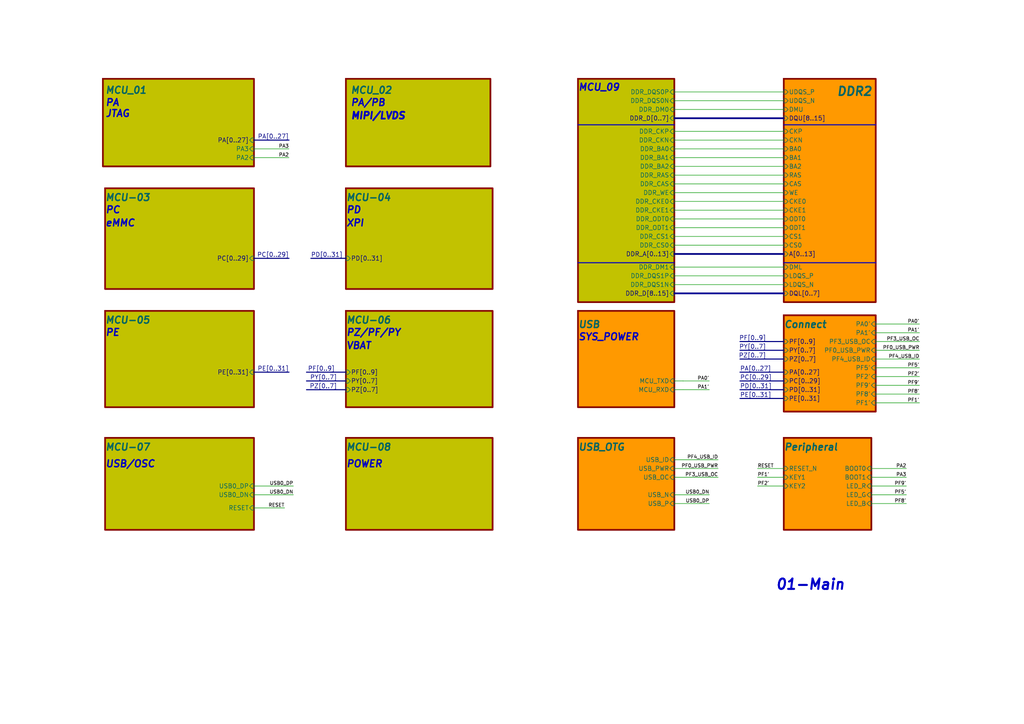
<source format=kicad_sch>
(kicad_sch (version 20230121) (generator eeschema)
  (paper "A4")
  (lib_symbols)
  (wire (pts (xy 195.58 113.03) (xy 198.12 113.03)))
  (wire (pts (xy 195.58 38.1) (xy 227.33 38.1)) (stroke (width 0.15)))
  (bus (pts (xy 195.58 73.66) (xy 227.33 73.66)) (stroke (width 0.5)))
  (bus (pts (xy 214.63 115.57) (xy 227.33 115.57)))
  (bus (pts (xy 73.66 40.64) (xy 83.82 40.64)))
  (wire (pts (xy 195.58 26.67) (xy 227.33 26.67)) (stroke (width 0.15)))
  (wire (pts (xy 195.58 146.05) (xy 205.74 146.05)))
  (wire (pts (xy 219.71 138.43) (xy 227.33 138.43)))
  (bus (pts (xy 214.63 104.14) (xy 227.33 104.14)))
  (bus (pts (xy 88.9 107.95) (xy 100.33 107.95)))
  (wire (pts (xy 219.71 140.97) (xy 227.33 140.97)))
  (bus (pts (xy 214.63 113.03) (xy 227.33 113.03)))
  (wire (pts (xy 73.66 143.51) (xy 85.09 143.51)))
  (bus (pts (xy 214.63 99.06) (xy 227.33 99.06)))
  (wire (pts (xy 219.71 135.89) (xy 227.33 135.89)))
  (wire (pts (xy 195.58 50.8) (xy 227.33 50.8)) (stroke (width 0.15)))
  (wire (pts (xy 254 114.3) (xy 266.7 114.3)))
  (wire (pts (xy 195.58 55.88) (xy 227.33 55.88)) (stroke (width 0.15)))
  (wire (pts (xy 195.58 63.5) (xy 227.33 63.5)) (stroke (width 0.15)))
  (wire (pts (xy 73.66 147.32) (xy 82.55 147.32)))
  (wire (pts (xy 198.12 110.49) (xy 205.74 110.49)) (stroke (width 0.15)))
  (wire (pts (xy 195.58 80.01) (xy 227.33 80.01)) (stroke (width 0.15)))
  (wire (pts (xy 254 99.06) (xy 266.7 99.06)))
  (wire (pts (xy 254 93.98) (xy 266.7 93.98)))
  (wire (pts (xy 252.73 138.43) (xy 262.89 138.43)) (stroke (width 0.15)))
  (bus (pts (xy 214.63 107.95) (xy 227.33 107.95)))
  (bus (pts (xy 195.58 34.29) (xy 227.33 34.29)) (stroke (width 0.5)))
  (wire (pts (xy 195.58 71.12) (xy 227.33 71.12)) (stroke (width 0.15)))
  (wire (pts (xy 195.58 82.55) (xy 227.33 82.55)) (stroke (width 0.15)))
  (wire (pts (xy 254 111.76) (xy 266.7 111.76)))
  (wire (pts (xy 73.66 43.18) (xy 83.82 43.18)) (stroke (width 0.15)))
  (bus (pts (xy 73.66 107.95) (xy 83.82 107.95)))
  (bus (pts (xy 214.63 110.49) (xy 227.33 110.49)))
  (bus (pts (xy 90.17 74.93) (xy 100.33 74.93)))
  (wire (pts (xy 254 96.52) (xy 266.7 96.52)))
  (wire (pts (xy 195.58 60.96) (xy 227.33 60.96)) (stroke (width 0.15)))
  (wire (pts (xy 252.73 143.51) (xy 262.89 143.51)))
  (wire (pts (xy 195.58 29.21) (xy 227.33 29.21)) (stroke (width 0.15)))
  (wire (pts (xy 195.58 58.42) (xy 227.33 58.42)) (stroke (width 0.15)))
  (wire (pts (xy 195.58 110.49) (xy 198.12 110.49)))
  (wire (pts (xy 252.73 146.05) (xy 262.89 146.05)))
  (wire (pts (xy 195.58 133.35) (xy 208.28 133.35)))
  (wire (pts (xy 195.58 138.43) (xy 208.28 138.43)))
  (wire (pts (xy 252.73 140.97) (xy 262.89 140.97)))
  (wire (pts (xy 195.58 40.64) (xy 227.33 40.64)) (stroke (width 0.15)))
  (bus (pts (xy 195.58 85.09) (xy 227.33 85.09)) (stroke (width 0.5)))
  (wire (pts (xy 195.58 43.18) (xy 227.33 43.18)) (stroke (width 0.15)))
  (wire (pts (xy 254 104.14) (xy 266.7 104.14)))
  (wire (pts (xy 195.58 48.26) (xy 227.33 48.26)) (stroke (width 0.15)))
  (wire (pts (xy 254 109.22) (xy 266.7 109.22)))
  (wire (pts (xy 195.58 135.89) (xy 208.28 135.89)))
  (wire (pts (xy 195.58 45.72) (xy 227.33 45.72)) (stroke (width 0.15)))
  (bus (pts (xy 88.9 110.49) (xy 100.33 110.49)))
  (polyline (pts (xy 227.33 76.2) (xy 254 76.2)) (stroke (width 0.3)))
  (wire (pts (xy 73.66 140.97) (xy 85.09 140.97)))
  (wire (pts (xy 195.58 77.47) (xy 227.33 77.47)) (stroke (width 0.15)))
  (bus (pts (xy 73.66 74.93) (xy 83.82 74.93)))
  (wire (pts (xy 195.58 143.51) (xy 205.74 143.51)))
  (polyline (pts (xy 227.33 36.195) (xy 254 36.195)) (stroke (width 0.3)))
  (wire (pts (xy 195.58 31.75) (xy 227.33 31.75)) (stroke (width 0.15)))
  (wire (pts (xy 195.58 53.34) (xy 227.33 53.34)) (stroke (width 0.15)))
  (polyline (pts (xy 167.64 76.2) (xy 195.58 76.2)) (stroke (width 0.3)))
  (wire (pts (xy 198.12 113.03) (xy 205.74 113.03)) (stroke (width 0.15)))
  (polyline (pts (xy 167.64 36.195) (xy 195.58 36.195)) (stroke (width 0.3)))
  (wire (pts (xy 254 106.68) (xy 266.7 106.68)))
  (wire (pts (xy 254 116.84) (xy 266.7 116.84)))
  (bus (pts (xy 214.63 101.6) (xy 227.33 101.6)))
  (wire (pts (xy 195.58 68.58) (xy 227.33 68.58)))
  (wire (pts (xy 73.66 45.72) (xy 83.82 45.72)) (stroke (width 0.15)))
  (bus (pts (xy 88.9 113.03) (xy 100.33 113.03)))
  (wire (pts (xy 254 101.6) (xy 266.7 101.6)))
  (wire (pts (xy 252.73 135.89) (xy 262.89 135.89)) (stroke (width 0.15)))
  (wire (pts (xy 195.58 66.04) (xy 227.33 66.04)))
  (text "POWER" (at 100.33 135.89 0) (effects (font (size 2 2) (thickness 0.4) bold italic) (justify left bottom)))
  (text "PE" (at 30.48 97.79 0) (effects (font (size 2 2) (thickness 0.4) bold italic) (justify left bottom)))
  (text "eMMC\n" (at 30.48 66.04 0) (effects (font (size 2 2) (thickness 0.4) bold italic) (justify left bottom)))
  (text "MIPI/LVDS" (at 101.6 34.925 0) (effects (font (size 2 2) (thickness 0.6) bold italic) (justify left bottom)))
  (text "SYS_POWER" (at 167.64 99.06 0) (effects (font (size 2 2) (thickness 0.4) bold italic) (justify left bottom)))
  (text "PC" (at 30.48 62.23 0) (effects (font (size 2 2) (thickness 0.4) bold italic) (justify left bottom)))
  (text "XPI" (at 100.33 66.04 0) (effects (font (size 2 2) (thickness 0.4) bold italic) (justify left bottom)))
  (text "PZ/PF/PY" (at 100.33 97.79 0) (effects (font (size 2 2) (thickness 0.4) bold italic) (justify left bottom)))
  (text "PA" (at 30.48 31.115 0) (effects (font (size 2 2) (thickness 0.4) bold italic) (justify left bottom)))
  (text "PD" (at 100.33 62.23 0) (effects (font (size 2 2) (thickness 0.4) bold italic) (justify left bottom)))
  (text "MCU_09" (at 167.64 26.67 0) (effects (font (size 2 2) (thickness 0.4) bold italic) (justify left bottom)))
  (text "01-Main" (at 224.79 171.45 0) (effects (font (size 3 3) (thickness 0.6) bold italic) (justify left bottom)))
  (text "USB/OSC" (at 30.48 135.89 0) (effects (font (size 2 2) (thickness 0.4) bold italic) (justify left bottom)))
  (text "JTAG" (at 30.48 34.29 0) (effects (font (size 2 2) (thickness 0.4) bold italic) (justify left bottom)))
  (text "PA/PB" (at 101.6 31.115 0) (effects (font (size 2 2) (thickness 0.4) bold italic) (justify left bottom)))
  (text "VBAT\n" (at 100.33 101.6 0) (effects (font (size 2 2) (thickness 0.4) bold italic) (justify left bottom)))
  (label "PA[0..27]" (at 83.82 40.64 180))
  (label "PF0_USB_PWR" (at 266.7 101.6 180) (effects (font (size 1 1))) (property "Intersheetrefs" "${INTERSHEET_REFS}" (effects hide)))
  (label "PF1'" (at 219.71 138.43 0) (effects (font (size 1 1))) (property "Intersheetrefs" "${INTERSHEET_REFS}" (effects hide)))
  (label "PF[0..9]" (at 97.155 107.95 180))
  (label "USB0_DP" (at 85.09 140.97 180) (effects (font (size 1 1))))
  (label "PF5'" (at 266.7 106.68 180) (effects (font (size 1 1))) (property "Intersheetrefs" "${INTERSHEET_REFS}" (effects hide)))
  (label "PF2'" (at 219.71 140.97 0) (effects (font (size 1 1))) (property "Intersheetrefs" "${INTERSHEET_REFS}" (effects hide)))
  (label "PF9'" (at 262.89 140.97 180) (effects (font (size 1 1))) (property "Intersheetrefs" "${INTERSHEET_REFS}" (effects hide)))
  (label "USB0_DN" (at 205.74 143.51 180) (effects (font (size 1 1))))
  (label "PF1'" (at 266.7 116.84 180) (effects (font (size 1 1))) (property "Intersheetrefs" "${INTERSHEET_REFS}" (effects hide)))
  (label "RESET" (at 82.55 147.32 180) (effects (font (size 1 1))))
  (label "PA1'" (at 266.7 96.52 180) (effects (font (size 1 1))) (property "Intersheetrefs" "${INTERSHEET_REFS}" (effects hide)))
  (label "PE[0..31]" (at 83.82 107.95 180))
  (label "PZ[0..7]" (at 222.25 104.14 180))
  (label "USB0_DP" (at 205.74 146.05 180) (effects (font (size 1 1))))
  (label "PY[0..7]" (at 97.79 110.49 180))
  (label "PF2'" (at 266.7 109.22 180) (effects (font (size 1 1))) (property "Intersheetrefs" "${INTERSHEET_REFS}" (effects hide)))
  (label "PF0_USB_PWR" (at 208.28 135.89 180) (effects (font (size 1 1))) (property "Intersheetrefs" "${INTERSHEET_REFS}" (effects hide)))
  (label "PF5'" (at 262.89 143.51 180) (effects (font (size 1 1))) (property "Intersheetrefs" "${INTERSHEET_REFS}" (effects hide)))
  (label "PA3" (at 83.82 43.18 180) (effects (font (size 1 1))))
  (label "PF8'" (at 262.89 146.05 180) (effects (font (size 1 1))) (property "Intersheetrefs" "${INTERSHEET_REFS}" (effects hide)))
  (label "PA2" (at 262.89 135.89 180) (effects (font (size 1 1))))
  (label "PA[0..27]" (at 214.63 107.95 0))
  (label "PF8'" (at 266.7 114.3 180) (effects (font (size 1 1))) (property "Intersheetrefs" "${INTERSHEET_REFS}" (effects hide)))
  (label "USB0_DN" (at 85.09 143.51 180) (effects (font (size 1 1))))
  (label "PD[0..31]" (at 214.63 113.03 0))
  (label "PA0'" (at 205.74 110.49 180) (effects (font (size 1 1))) (property "Intersheetrefs" "${INTERSHEET_REFS}" (effects hide)))
  (label "PF4_USB_ID" (at 208.28 133.35 180) (effects (font (size 1 1))) (property "Intersheetrefs" "${INTERSHEET_REFS}" (effects hide)))
  (label "PF4_USB_ID" (at 266.7 104.14 180) (effects (font (size 1 1))) (property "Intersheetrefs" "${INTERSHEET_REFS}" (effects hide)))
  (label "PE[0..31]" (at 214.63 115.57 0))
  (label "RESET" (at 219.71 135.89 0) (effects (font (size 1 1))))
  (label "PY[0..7]" (at 222.25 101.6 180))
  (label "PZ[0..7]" (at 97.79 113.03 180))
  (label "PC[0..29]" (at 214.63 110.49 0))
  (label "PF9'" (at 266.7 111.76 180) (effects (font (size 1 1))) (property "Intersheetrefs" "${INTERSHEET_REFS}" (effects hide)))
  (label "PF3_USB_OC" (at 208.28 138.43 180) (effects (font (size 1 1))) (property "Intersheetrefs" "${INTERSHEET_REFS}" (effects hide)))
  (label "PD[0..31]" (at 90.17 74.93 0))
  (label "PA3" (at 262.89 138.43 180) (effects (font (size 1 1))))
  (label "PA0'" (at 266.7 93.98 180) (effects (font (size 1 1))) (property "Intersheetrefs" "${INTERSHEET_REFS}" (effects hide)))
  (label "PC[0..29]" (at 83.82 74.93 180))
  (label "PF[0..9]" (at 222.25 99.06 180))
  (label "PA2" (at 83.82 45.72 180) (effects (font (size 1 1))))
  (label "PA1'" (at 205.74 113.03 180) (effects (font (size 1 1))) (property "Intersheetrefs" "${INTERSHEET_REFS}" (effects hide)))
  (label "PF3_USB_OC" (at 266.7 99.06 180) (effects (font (size 1 1))) (property "Intersheetrefs" "${INTERSHEET_REFS}" (effects hide)))
  (sheet (at 30.48 54.61) (size 43.18 29.21) (stroke (width 0.5)) (fill (color 194 194 0 1.0000))
    (property "Sheetname" "MCU-03" (at 30.48 58.42 0) (effects (font (size 2 2) bold italic) (justify left bottom)))
    (property "Sheetfile" "MCU-03.kicad_sch" (at 30.48 84.0704 0) (effects (font (size 0 0)) (justify left top)))
    (pin "PC[0..29]" input (at 73.66 74.93 0))
  )
  (sheet (at 100.33 127) (size 42.545 26.67) (stroke (width 0.5)) (fill (color 194 194 0 1.0000))
    (property "Sheetname" "MCU-08" (at 100.33 130.81 0) (effects (font (size 2 2) bold italic) (justify left bottom)))
    (property "Sheetfile" "MCU-08.kicad_sch" (effects hide))
  )
  (sheet (at 167.64 90.17) (size 27.94 27.94) (stroke (width 0.5)) (fill (color 255 153 0 1.0000))
    (property "Sheetname" "USB" (at 167.64 95.25 0) (effects (font (size 2 2) bold italic) (justify left bottom)))
    (property "Sheetfile" "USB.kicad_sch" (effects hide))
    (pin "MCU_TXD" input (at 195.58 110.49 0))
    (pin "MCU_RXD" input (at 195.58 113.03 0))
  )
  (sheet (at 100.33 22.86) (size 41.91 25.4) (stroke (width 0.5)) (fill (color 194 194 0 1.0000))
    (property "Sheetname" "MCU_02" (at 101.6 27.305 0) (effects (font (size 2 2) bold italic) (justify left bottom)))
    (property "Sheetfile" "MCU_02.kicad_sch" (effects hide))
  )
  (sheet (at 100.33 90.17) (size 42.545 27.94) (stroke (width 0.5)) (fill (color 194 194 0 1.0000))
    (property "Sheetname" "MCU-06" (at 100.33 93.98 0) (effects (font (size 2 2) bold italic) (justify left bottom)))
    (property "Sheetfile" "MCU-06.kicad_sch" (effects hide))
    (pin "PY[0..7]" input (at 100.33 110.49 180))
    (pin "PF[0..9]" input (at 100.33 107.95 180))
    (pin "PZ[0..7]" input (at 100.33 113.03 180))
  )
  (sheet (at 227.33 127) (size 25.4 26.67) (stroke (width 0.5)) (fill (color 255 153 0 1.0000))
    (property "Sheetname" "Peripheral" (at 227.33 130.81 0) (effects (font (size 2 2) bold italic) (justify left bottom)))
    (property "Sheetfile" "peripheral.kicad_sch" (effects hide))
    (pin "RESET_N" input (at 227.33 135.89 180))
    (pin "BOOT0" input (at 252.73 135.89 0))
    (pin "BOOT1" input (at 252.73 138.43 0))
    (pin "LED_G" input (at 252.73 143.51 0))
    (pin "LED_B" input (at 252.73 146.05 0))
    (pin "LED_R" input (at 252.73 140.97 0))
    (pin "KEY1" input (at 227.33 138.43 180))
    (pin "KEY2" input (at 227.33 140.97 180))
  )
  (sheet (at 29.845 22.86) (size 43.815 25.4) (stroke (width 0.5)) (fill (color 194 194 0 1.0000))
    (property "Sheetname" "MCU_01" (at 30.48 27.305 0) (effects (font (size 2 2) bold italic) (justify left bottom)))
    (property "Sheetfile" "MCU_01.kicad_sch" (effects hide))
    (pin "PA3" input (at 73.66 43.18 0))
    (pin "PA2" input (at 73.66 45.72 0))
    (pin "PA[0..27]" input (at 73.66 40.64 0))
  )
  (sheet (at 30.48 90.17) (size 43.18 27.94) (stroke (width 0.5)) (fill (color 194 194 0 1.0000))
    (property "Sheetname" "MCU-05" (at 30.48 93.98 0) (effects (font (size 2 2) bold italic) (justify left bottom)))
    (property "Sheetfile" "MCU-05.kicad_sch" (effects hide))
    (pin "PE[0..31]" input (at 73.66 107.95 0))
  )
  (sheet (at 167.64 22.86) (size 27.94 64.77) (stroke (width 0.5)) (fill (color 194 194 0 1.0000))
    (property "Sheetname" "MCU_09" (effects hide))
    (property "Sheetfile" "MCU_09.kicad_sch" (effects hide))
    (pin "DDR_CKE0" input (at 195.58 58.42 0))
    (pin "DDR_CKN" input (at 195.58 40.64 0))
    (pin "DDR_CKP" input (at 195.58 38.1 0))
    (pin "DDR_BA2" input (at 195.58 48.26 0))
    (pin "DDR_BA1" input (at 195.58 45.72 0))
    (pin "DDR_BA0" input (at 195.58 43.18 0))
    (pin "DDR_WE" input (at 195.58 55.88 0))
    (pin "DDR_DQS1P" input (at 195.58 80.01 0))
    (pin "DDR_DQS0N" input (at 195.58 29.21 0))
    (pin "DDR_DQS0P" input (at 195.58 26.67 0))
    (pin "DDR_ODT0" input (at 195.58 63.5 0))
    (pin "DDR_DQS1N" input (at 195.58 82.55 0))
    (pin "DDR_RAS" input (at 195.58 50.8 0))
    (pin "DDR_CAS" input (at 195.58 53.34 0))
    (pin "DDR_CS0" input (at 195.58 71.12 0))
    (pin "DDR_DM1" input (at 195.58 77.47 0))
    (pin "DDR_DM0" input (at 195.58 31.75 0))
    (pin "DDR_D[0..7]" input (at 195.58 34.29 0))
    (pin "DDR_D[8..15]" input (at 195.58 85.09 0))
    (pin "DDR_A[0..13]" input (at 195.58 73.66 0))
    (pin "DDR_CS1" input (at 195.58 68.58 0))
    (pin "DDR_ODT1" input (at 195.58 66.04 0))
    (pin "DDR_CKE1" input (at 195.58 60.96 0))
  )
  (sheet (at 100.33 54.61) (size 42.545 29.21) (stroke (width 0.5)) (fill (color 194 194 0 1.0000))
    (property "Sheetname" "MCU-04" (at 100.33 58.42 0) (effects (font (size 2 2) bold italic) (justify left bottom)))
    (property "Sheetfile" "MCU-04.kicad_sch" (effects hide))
    (pin "PD[0..31]" input (at 100.33 74.93 180))
  )
  (sheet (at 227.33 22.86) (size 26.67 64.77) (stroke (width 0.5)) (fill (color 255 153 0 1.0000))
    (property "Sheetname" "DDR2" (at 242.57 27.94 0) (effects (font (size 2.5 2.5) bold italic) (justify left bottom)))
    (property "Sheetfile" "DDR2.kicad_sch" (effects hide))
    (pin "CAS" input (at 227.33 53.34 180))
    (pin "RAS" input (at 227.33 50.8 180))
    (pin "CKE0" input (at 227.33 58.42 180))
    (pin "CS0" input (at 227.33 71.12 180))
    (pin "CKP" input (at 227.33 38.1 180))
    (pin "WE" input (at 227.33 55.88 180))
    (pin "CKN" input (at 227.33 40.64 180))
    (pin "ODT0" input (at 227.33 63.5 180))
    (pin "BA2" input (at 227.33 48.26 180))
    (pin "BA0" input (at 227.33 43.18 180))
    (pin "BA1" input (at 227.33 45.72 180))
    (pin "DQL[0..7]" input (at 227.33 85.09 180))
    (pin "DML" input (at 227.33 77.47 180))
    (pin "DMU" input (at 227.33 31.75 180))
    (pin "DQU[8..15]" input (at 227.33 34.29 180))
    (pin "A[0..13]" input (at 227.33 73.66 180))
    (pin "LDQS_N" input (at 227.33 82.55 180))
    (pin "LDQS_P" input (at 227.33 80.01 180))
    (pin "UDQS_P" input (at 227.33 26.67 180))
    (pin "UDQS_N" input (at 227.33 29.21 180))
    (pin "CS1" input (at 227.33 68.58 180))
    (pin "ODT1" input (at 227.33 66.04 180))
    (pin "CKE1" input (at 227.33 60.96 180))
  )
  (sheet (at 227.33 91.44) (size 26.67 27.94) (stroke (width 0.5)) (fill (color 255 153 0 1.0000))
    (property "Sheetname" "Connect" (at 227.33 95.25 0) (effects (font (size 2 2) bold italic) (justify left bottom)))
    (property "Sheetfile" "Connect.kicad_sch" (effects hide))
    (pin "PC[0..29]" input (at 227.33 110.49 180))
    (pin "PD[0..31]" input (at 227.33 113.03 180))
    (pin "PE[0..31]" input (at 227.33 115.57 180))
    (pin "PF[0..9]" input (at 227.33 99.06 180))
    (pin "PZ[0..7]" input (at 227.33 104.14 180))
    (pin "PY[0..7]" input (at 227.33 101.6 180))
    (pin "PF5'" input (at 254 106.68 0))
    (pin "PF2'" input (at 254 109.22 0))
    (pin "PF1'" input (at 254 116.84 0))
    (pin "PF4_USB_ID" input (at 254 104.14 0))
    (pin "PF0_USB_PWR" input (at 254 101.6 0))
    (pin "PF3_USB_OC" input (at 254 99.06 0))
    (pin "PF8'" input (at 254 114.3 0))
    (pin "PF9'" input (at 254 111.76 0))
    (pin "PA0'" input (at 254 93.98 0))
    (pin "PA1'" input (at 254 96.52 0))
    (pin "PA[0..27]" input (at 227.33 107.95 180))
  )
  (sheet (at 30.48 127) (size 43.18 26.67) (stroke (width 0.5)) (fill (color 194 194 0 1.0000))
    (property "Sheetname" "MCU-07" (at 30.48 130.81 0) (effects (font (size 2 2) bold italic) (justify left bottom)))
    (property "Sheetfile" "MCU-07.kicad_sch" (effects hide))
    (pin "USB0_DP" input (at 73.66 140.97 0))
    (pin "RESET" input (at 73.66 147.32 0))
    (pin "USB0_DN" input (at 73.66 143.51 0))
  )
  (sheet (at 167.64 127) (size 27.94 26.67) (stroke (width 0.5)) (fill (color 255 153 0 1.0000))
    (property "Sheetname" "USB_OTG" (at 167.64 130.81 0) (effects (font (size 2 2) bold italic) (justify left bottom)))
    (property "Sheetfile" "USB_OTG.kicad_sch" (effects hide))
    (pin "USB_ID" input (at 195.58 133.35 0))
    (pin "USB_PWR" input (at 195.58 135.89 0))
    (pin "USB_OC" input (at 195.58 138.43 0))
    (pin "USB_N" input (at 195.58 143.51 0))
    (pin "USB_P" input (at 195.58 146.05 0))
  )
)
</source>
